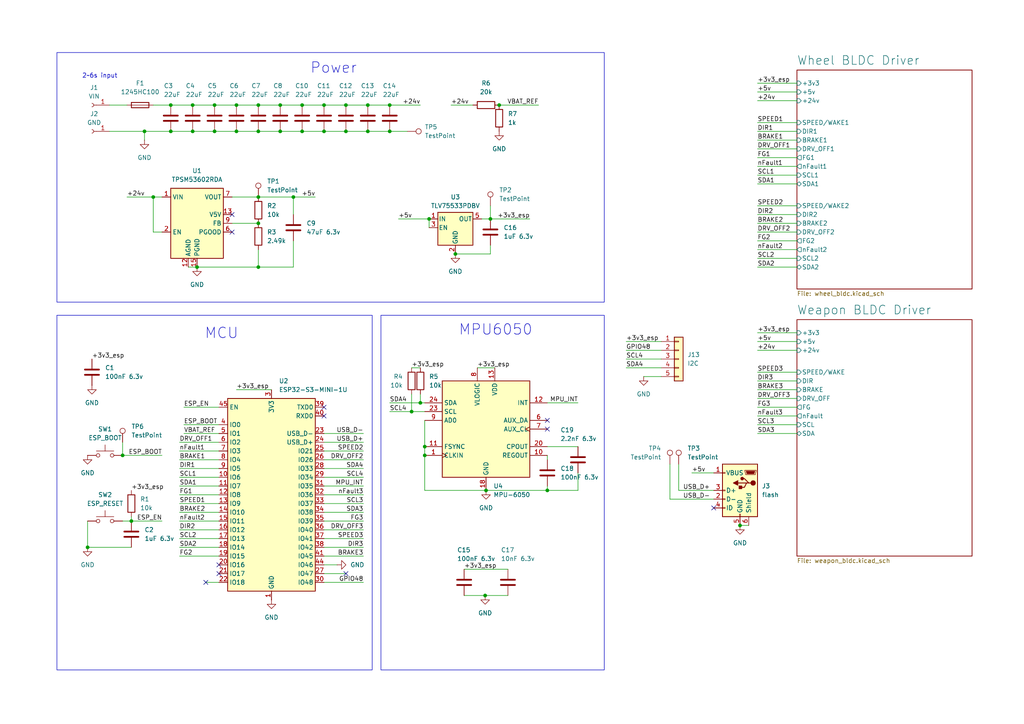
<source format=kicad_sch>
(kicad_sch (version 20250114) (generator "eeschema") (generator_version "9.0")
  (paper "A4")
  (title_block (title "4 in 1 ESC") (date "2025-10-25") (company "YC-Lam"))
  (lib_symbols
    (symbol "Connector:Conn_01x01_Socket" (pin_names (offset 1.016) (hide yes))
      (property "Reference" "J" (at 0 2.54 0))
      (property "Value" "Conn_01x01_Socket" (at 0 -2.54 0))
      (symbol "Conn_01x01_Socket_1_1"
        (polyline (pts (xy -1.27 0) (xy -0.508 0)) (stroke (width 0.1524)))
        (arc (start 0 -0.508) (mid -0.5058 0) (end 0 0.508) (stroke (width 0.1524)))
        (pin passive line (at -5.08 0 0) (length 3.81) (name "Pin_1") (number "1"))
      )
    )
    (symbol "Connector:TestPoint" (pin_numbers (hide yes)) (pin_names (offset 0.762) (hide yes))
      (property "Reference" "TP" (at 0 6.858 0))
      (property "Value" "TestPoint" (at 0 5.08 0))
      (symbol "TestPoint_0_1"
        (circle (center 0 3.302) (radius 0.762))
      )
      (symbol "TestPoint_1_1"
        (pin passive line (at 0 0 90) (length 2.54) (name "1") (number "1"))
      )
    )
    (symbol "Connector:USB_OTG" (pin_names (offset 1.016))
      (property "Reference" "J" (at -5.08 11.43 0))
      (property "Value" "USB_OTG" (at -5.08 8.89 0))
      (symbol "USB_OTG_0_1"
        (rectangle (start -5.08 -7.62) (end 5.08 7.62) (stroke (width 0.254)) (fill (type background)))
        (polyline (pts (xy -4.699 5.842) (xy -4.699 5.588) (xy -4.445 4.826) (xy -4.445 4.572) (xy -1.651 4.572) (xy -1.651 4.826) (xy -1.397 5.588) (xy -1.397 5.842) (xy -4.699 5.842)))
        (polyline (pts (xy -4.318 5.588) (xy -1.778 5.588) (xy -2.032 4.826) (xy -4.064 4.826) (xy -4.318 5.588)) (fill (type outline)))
        (circle (center -3.81 2.159) (radius 0.635) (stroke (width 0.254)) (fill (type outline)))
        (polyline (pts (xy -3.175 2.159) (xy -2.54 2.159) (xy -1.27 3.429) (xy -0.635 3.429)) (stroke (width 0.254)))
        (polyline (pts (xy -2.54 2.159) (xy -1.905 2.159) (xy -1.27 0.889) (xy 0 0.889)) (stroke (width 0.254)))
        (polyline (pts (xy -1.905 2.159) (xy 0.635 2.159)) (stroke (width 0.254)))
        (circle (center -0.635 3.429) (radius 0.381) (stroke (width 0.254)) (fill (type outline)))
        (rectangle (start -0.127 -7.62) (end 0.127 -6.858))
        (rectangle (start 0.254 1.27) (end -0.508 0.508) (stroke (width 0.254)) (fill (type outline)))
        (polyline (pts (xy 0.635 2.794) (xy 0.635 1.524) (xy 1.905 2.159) (xy 0.635 2.794)) (stroke (width 0.254)) (fill (type outline)))
        (rectangle (start 5.08 4.953) (end 4.318 5.207))
        (rectangle (start 5.08 -0.127) (end 4.318 0.127))
        (rectangle (start 5.08 -2.667) (end 4.318 -2.413))
        (rectangle (start 5.08 -5.207) (end 4.318 -4.953))
      )
      (symbol "USB_OTG_1_1"
        (pin passive line (at -2.54 -10.16 90) (length 2.54) (name "Shield") (number "6"))
        (pin passive line (at 0 -10.16 90) (length 2.54) (name "GND") (number "5"))
        (pin passive line (at 7.62 5.08 180) (length 2.54) (name "VBUS") (number "1"))
        (pin bidirectional line (at 7.62 0 180) (length 2.54) (name "D+") (number "3"))
        (pin bidirectional line (at 7.62 -2.54 180) (length 2.54) (name "D-") (number "2"))
        (pin passive line (at 7.62 -5.08 180) (length 2.54) (name "ID") (number "4"))
      )
    )
    (symbol "Connector_Generic:Conn_01x05" (pin_names (offset 1.016) (hide yes))
      (property "Reference" "J" (at 0 7.62 0))
      (property "Value" "Conn_01x05" (at 0 -7.62 0))
      (symbol "Conn_01x05_1_1"
        (rectangle (start -1.27 6.35) (end 1.27 -6.35) (stroke (width 0.254)) (fill (type background)))
        (rectangle (start -1.27 5.207) (end 0 4.953) (stroke (width 0.1524)))
        (rectangle (start -1.27 2.667) (end 0 2.413) (stroke (width 0.1524)))
        (rectangle (start -1.27 0.127) (end 0 -0.127) (stroke (width 0.1524)))
        (rectangle (start -1.27 -2.413) (end 0 -2.667) (stroke (width 0.1524)))
        (rectangle (start -1.27 -4.953) (end 0 -5.207) (stroke (width 0.1524)))
        (pin passive line (at -5.08 5.08 0) (length 3.81) (name "Pin_1") (number "1"))
        (pin passive line (at -5.08 2.54 0) (length 3.81) (name "Pin_2") (number "2"))
        (pin passive line (at -5.08 0 0) (length 3.81) (name "Pin_3") (number "3"))
        (pin passive line (at -5.08 -2.54 0) (length 3.81) (name "Pin_4") (number "4"))
        (pin passive line (at -5.08 -5.08 0) (length 3.81) (name "Pin_5") (number "5"))
      )
    )
    (symbol "Converter_DCDC:TPSM53602RDA"
      (property "Reference" "U" (at 0 15.24 0))
      (property "Value" "TPSM53602RDA" (at 0 12.7 0))
      (symbol "TPSM53602RDA_0_1"
        (rectangle (start 7.62 10.16) (end -7.62 -10.16) (stroke (width 0.254)) (fill (type background)))
      )
      (symbol "TPSM53602RDA_1_1"
        (pin power_in line (at -10.16 7.62 0) (length 2.54) (name "VIN") (number "1"))
        (pin passive line (at -10.16 7.62 0) (length 2.54) (hide yes) (name "VIN") (number "14"))
        (pin input line (at -10.16 -2.54 0) (length 2.54) (name "EN") (number "2"))
        (pin no_connect line (at -7.62 2.54 0) (length 2.54) (hide yes) (name "DNC") (number "4"))
        (pin no_connect line (at -7.62 0 0) (length 2.54) (hide yes) (name "DNC") (number "5"))
        (pin power_in line (at -2.54 -12.7 90) (length 2.54) (name "AGND") (number "12"))
        (pin passive line (at 0 -12.7 90) (length 2.54) (hide yes) (name "PGND") (number "10"))
        (pin passive line (at 0 -12.7 90) (length 2.54) (hide yes) (name "PGND") (number "11"))
        (pin power_in line (at 0 -12.7 90) (length 2.54) (name "PGND") (number "15"))
        (pin passive line (at 0 -12.7 90) (length 2.54) (hide yes) (name "PGND") (number "3"))
        (pin power_out line (at 10.16 7.62 180) (length 2.54) (name "VOUT") (number "7"))
        (pin passive line (at 10.16 7.62 180) (length 2.54) (hide yes) (name "VOUT") (number "8"))
        (pin output line (at 10.16 2.54 180) (length 2.54) (name "V5V") (number "13"))
        (pin input line (at 10.16 0 180) (length 2.54) (name "FB") (number "9"))
        (pin open_collector line (at 10.16 -2.54 180) (length 2.54) (name "PGOOD") (number "6"))
      )
    )
    (symbol "Device:C" (pin_numbers (hide yes)) (pin_names (offset 0.254))
      (property "Reference" "C" (at 0.635 2.54 0))
      (property "Value" "C" (at 0.635 -2.54 0))
      (symbol "C_0_1"
        (polyline (pts (xy -2.032 0.762) (xy 2.032 0.762)) (stroke (width 0.508)))
        (polyline (pts (xy -2.032 -0.762) (xy 2.032 -0.762)) (stroke (width 0.508)))
      )
      (symbol "C_1_1"
        (pin passive line (at 0 3.81 270) (length 2.794) (name "~") (number "1"))
        (pin passive line (at 0 -3.81 90) (length 2.794) (name "~") (number "2"))
      )
    )
    (symbol "Device:Fuse" (pin_numbers (hide yes)) (pin_names (offset 0))
      (property "Reference" "F" (at 2.032 0 90))
      (property "Value" "Fuse" (at -1.905 0 90))
      (symbol "Fuse_0_1"
        (rectangle (start -0.762 -2.54) (end 0.762 2.54) (stroke (width 0.254)))
        (polyline (pts (xy 0 2.54) (xy 0 -2.54)))
      )
      (symbol "Fuse_1_1"
        (pin passive line (at 0 3.81 270) (length 1.27) (name "~") (number "1"))
        (pin passive line (at 0 -3.81 90) (length 1.27) (name "~") (number "2"))
      )
    )
    (symbol "Device:R" (pin_numbers (hide yes)) (pin_names (offset 0))
      (property "Reference" "R" (at 2.032 0 90))
      (property "Value" "R" (at 0 0 90))
      (symbol "R_0_1"
        (rectangle (start -1.016 -2.54) (end 1.016 2.54) (stroke (width 0.254)))
      )
      (symbol "R_1_1"
        (pin passive line (at 0 3.81 270) (length 1.27) (name "~") (number "1"))
        (pin passive line (at 0 -3.81 90) (length 1.27) (name "~") (number "2"))
      )
    )
    (symbol "RF_Module:ESP32-S3-MINI-1U"
      (property "Reference" "U" (at -11.43 29.21 0))
      (property "Value" "ESP32-S3-MINI-1U" (at 12.7 29.21 0))
      (symbol "ESP32-S3-MINI-1U_0_1"
        (rectangle (start -12.7 27.94) (end 12.7 -27.94) (stroke (width 0.254)) (fill (type background)))
      )
      (symbol "ESP32-S3-MINI-1U_1_1"
        (pin input line (at -15.24 25.4 0) (length 2.54) (name "EN") (number "45"))
        (pin bidirectional line (at -15.24 20.32 0) (length 2.54) (name "IO0") (number "4"))
        (pin bidirectional line (at -15.24 17.78 0) (length 2.54) (name "IO1") (number "5"))
        (pin bidirectional line (at -15.24 15.24 0) (length 2.54) (name "IO2") (number "6"))
        (pin bidirectional line (at -15.24 12.7 0) (length 2.54) (name "IO3") (number "7"))
        (pin bidirectional line (at -15.24 10.16 0) (length 2.54) (name "IO4") (number "8"))
        (pin bidirectional line (at -15.24 7.62 0) (length 2.54) (name "IO5") (number "9"))
        (pin bidirectional line (at -15.24 5.08 0) (length 2.54) (name "IO6") (number "10"))
        (pin bidirectional line (at -15.24 2.54 0) (length 2.54) (name "IO7") (number "11"))
        (pin bidirectional line (at -15.24 0 0) (length 2.54) (name "IO8") (number "12"))
        (pin bidirectional line (at -15.24 -2.54 0) (length 2.54) (name "IO9") (number "13"))
        (pin bidirectional line (at -15.24 -5.08 0) (length 2.54) (name "IO10") (number "14"))
        (pin bidirectional line (at -15.24 -7.62 0) (length 2.54) (name "IO11") (number "15"))
        (pin bidirectional line (at -15.24 -10.16 0) (length 2.54) (name "IO12") (number "16"))
        (pin bidirectional line (at -15.24 -12.7 0) (length 2.54) (name "IO13") (number "17"))
        (pin bidirectional line (at -15.24 -15.24 0) (length 2.54) (name "IO14") (number "18"))
        (pin bidirectional line (at -15.24 -17.78 0) (length 2.54) (name "IO15") (number "19"))
        (pin bidirectional line (at -15.24 -20.32 0) (length 2.54) (name "IO16") (number "20"))
        (pin bidirectional line (at -15.24 -22.86 0) (length 2.54) (name "IO17") (number "21"))
        (pin bidirectional line (at -15.24 -25.4 0) (length 2.54) (name "IO18") (number "22"))
        (pin power_in line (at 0 30.48 270) (length 2.54) (name "3V3") (number "3"))
        (pin power_in line (at 0 -30.48 90) (length 2.54) (name "GND") (number "1"))
        (pin passive line (at 0 -30.48 90) (length 2.54) (hide yes) (name "GND") (number "2"))
        (pin passive line (at 0 -30.48 90) (length 2.54) (hide yes) (name "GND") (number "42"))
        (pin passive line (at 0 -30.48 90) (length 2.54) (hide yes) (name "GND") (number "43"))
        (pin passive line (at 0 -30.48 90) (length 2.54) (hide yes) (name "GND") (number "46"))
        (pin passive line (at 0 -30.48 90) (length 2.54) (hide yes) (name "GND") (number "47"))
        (pin passive line (at 0 -30.48 90) (length 2.54) (hide yes) (name "GND") (number "48"))
        (pin passive line (at 0 -30.48 90) (length 2.54) (hide yes) (name "GND") (number "49"))
        (pin passive line (at 0 -30.48 90) (length 2.54) (hide yes) (name "GND") (number "50"))
        (pin passive line (at 0 -30.48 90) (length 2.54) (hide yes) (name "GND") (number "51"))
        (pin passive line (at 0 -30.48 90) (length 2.54) (hide yes) (name "GND") (number "52"))
        (pin passive line (at 0 -30.48 90) (length 2.54) (hide yes) (name "GND") (number "53"))
        (pin passive line (at 0 -30.48 90) (length 2.54) (hide yes) (name "GND") (number "54"))
        (pin passive line (at 0 -30.48 90) (length 2.54) (hide yes) (name "GND") (number "55"))
        (pin passive line (at 0 -30.48 90) (length 2.54) (hide yes) (name "GND") (number "56"))
        (pin passive line (at 0 -30.48 90) (length 2.54) (hide yes) (name "GND") (number "57"))
        (pin passive line (at 0 -30.48 90) (length 2.54) (hide yes) (name "GND") (number "58"))
        (pin passive line (at 0 -30.48 90) (length 2.54) (hide yes) (name "GND") (number "59"))
        (pin passive line (at 0 -30.48 90) (length 2.54) (hide yes) (name "GND") (number "60"))
        (pin passive line (at 0 -30.48 90) (length 2.54) (hide yes) (name "GND") (number "61"))
        (pin passive line (at 0 -30.48 90) (length 2.54) (hide yes) (name "GND") (number "62"))
        (pin passive line (at 0 -30.48 90) (length 2.54) (hide yes) (name "GND") (number "63"))
        (pin passive line (at 0 -30.48 90) (length 2.54) (hide yes) (name "GND") (number "64"))
        (pin passive line (at 0 -30.48 90) (length 2.54) (hide yes) (name "GND") (number "65"))
        (pin bidirectional line (at 15.24 25.4 180) (length 2.54) (name "TXD0") (number "39"))
        (pin bidirectional line (at 15.24 22.86 180) (length 2.54) (name "RXD0") (number "40"))
        (pin bidirectional line (at 15.24 17.78 180) (length 2.54) (name "USB_D-") (number "23"))
        (pin bidirectional line (at 15.24 15.24 180) (length 2.54) (name "USB_D+") (number "24"))
        (pin bidirectional line (at 15.24 12.7 180) (length 2.54) (name "IO21") (number "25"))
        (pin bidirectional line (at 15.24 10.16 180) (length 2.54) (name "IO26") (number "26"))
        (pin bidirectional line (at 15.24 7.62 180) (length 2.54) (name "IO33") (number "28"))
        (pin bidirectional line (at 15.24 5.08 180) (length 2.54) (name "IO34") (number "29"))
        (pin bidirectional line (at 15.24 2.54 180) (length 2.54) (name "IO35") (number "31"))
        (pin bidirectional line (at 15.24 0 180) (length 2.54) (name "IO36") (number "32"))
        (pin bidirectional line (at 15.24 -2.54 180) (length 2.54) (name "IO37") (number "33"))
        (pin bidirectional line (at 15.24 -5.08 180) (length 2.54) (name "IO38") (number "34"))
        (pin bidirectional line (at 15.24 -7.62 180) (length 2.54) (name "IO39") (number "35"))
        (pin bidirectional line (at 15.24 -10.16 180) (length 2.54) (name "IO40") (number "36"))
        (pin bidirectional line (at 15.24 -12.7 180) (length 2.54) (name "IO41") (number "37"))
        (pin bidirectional line (at 15.24 -15.24 180) (length 2.54) (name "IO42") (number "38"))
        (pin bidirectional line (at 15.24 -17.78 180) (length 2.54) (name "IO45") (number "41"))
        (pin bidirectional line (at 15.24 -20.32 180) (length 2.54) (name "IO46") (number "44"))
        (pin bidirectional line (at 15.24 -22.86 180) (length 2.54) (name "IO47") (number "27"))
        (pin bidirectional line (at 15.24 -25.4 180) (length 2.54) (name "IO48") (number "30"))
      )
    )
    (symbol "Regulator_Linear:TLV75533PDBV" (pin_names (offset 0.254))
      (property "Reference" "U" (at -3.81 5.715 0))
      (property "Value" "TLV75533PDBV" (at 0 5.715 0))
      (symbol "TLV75533PDBV_0_1"
        (rectangle (start -5.08 4.445) (end 5.08 -5.08) (stroke (width 0.254)) (fill (type background)))
      )
      (symbol "TLV75533PDBV_1_1"
        (pin power_in line (at -7.62 2.54 0) (length 2.54) (name "IN") (number "1"))
        (pin input line (at -7.62 0 0) (length 2.54) (name "EN") (number "3"))
        (pin power_in line (at 0 -7.62 90) (length 2.54) (name "GND") (number "2"))
        (pin no_connect line (at 5.08 0 180) (length 2.54) (hide yes) (name "NC") (number "4"))
        (pin power_out line (at 7.62 2.54 180) (length 2.54) (name "OUT") (number "5"))
      )
    )
    (symbol "Sensor_Motion:MPU-6050"
      (property "Reference" "U" (at -11.43 13.97 0))
      (property "Value" "MPU-6050" (at 7.62 -15.24 0))
      (symbol "MPU-6050_0_0"
        (text "" (at 12.7 -2.54 0) (effects (font (size 1.27 1.27))))
      )
      (symbol "MPU-6050_0_1"
        (rectangle (start -12.7 13.97) (end 12.7 -13.97) (stroke (width 0.254)) (fill (type background)))
      )
      (symbol "MPU-6050_1_1"
        (pin bidirectional line (at -17.78 7.62 0) (length 5.08) (name "SDA") (number "24"))
        (pin input line (at -17.78 5.08 0) (length 5.08) (name "SCL") (number "23"))
        (pin input line (at -17.78 2.54 0) (length 5.08) (name "AD0") (number "9"))
        (pin input line (at -17.78 -5.08 0) (length 5.08) (name "FSYNC") (number "11"))
        (pin input clock (at -17.78 -7.62 0) (length 5.08) (name "CLKIN") (number "1"))
        (pin no_connect line (at -12.7 12.7 0) (length 2.54) (hide yes) (name "NC") (number "2"))
        (pin no_connect line (at -12.7 10.16 0) (length 2.54) (hide yes) (name "NC") (number "3"))
        (pin no_connect line (at -12.7 0 0) (length 2.54) (hide yes) (name "NC") (number "4"))
        (pin no_connect line (at -12.7 -2.54 0) (length 2.54) (hide yes) (name "NC") (number "5"))
        (pin no_connect line (at -12.7 -10.16 0) (length 2.54) (hide yes) (name "NC") (number "14"))
        (pin power_in line (at -2.54 17.78 270) (length 3.81) (name "VLOGIC") (number "8"))
        (pin power_in line (at 0 -17.78 90) (length 3.81) (name "GND") (number "18"))
        (pin power_in line (at 2.54 17.78 270) (length 3.81) (name "VDD") (number "13"))
        (pin no_connect line (at 12.7 12.7 180) (length 2.54) (hide yes) (name "NC") (number "15"))
        (pin no_connect line (at 12.7 10.16 180) (length 2.54) (hide yes) (name "NC") (number "16"))
        (pin no_connect line (at 12.7 5.08 180) (length 2.54) (hide yes) (name "NC") (number "17"))
        (pin no_connect line (at 12.7 -2.54 180) (length 2.54) (hide yes) (name "RESV") (number "21"))
        (pin no_connect line (at 12.7 -10.16 180) (length 2.54) (hide yes) (name "RESV") (number "19"))
        (pin no_connect line (at 12.7 -12.7 180) (length 2.54) (hide yes) (name "RESV") (number "22"))
        (pin output line (at 17.78 7.62 180) (length 5.08) (name "INT") (number "12"))
        (pin bidirectional line (at 17.78 2.54 180) (length 5.08) (name "AUX_DA") (number "6"))
        (pin output clock (at 17.78 0 180) (length 5.08) (name "AUX_CL") (number "7"))
        (pin passive line (at 17.78 -5.08 180) (length 5.08) (name "CPOUT") (number "20"))
        (pin passive line (at 17.78 -7.62 180) (length 5.08) (name "REGOUT") (number "10"))
      )
    )
    (symbol "Switch:SW_Push" (pin_numbers (hide yes)) (pin_names (offset 1.016) (hide yes))
      (property "Reference" "SW" (at 1.27 2.54 0))
      (property "Value" "SW_Push" (at 0 -1.524 0))
      (symbol "SW_Push_0_1"
        (circle (center -2.032 0) (radius 0.508))
        (polyline (pts (xy 0 1.27) (xy 0 3.048)))
        (circle (center 2.032 0) (radius 0.508))
        (polyline (pts (xy 2.54 1.27) (xy -2.54 1.27)))
        (pin passive line (at -5.08 0 0) (length 2.54) (name "1") (number "1"))
        (pin passive line (at 5.08 0 180) (length 2.54) (name "2") (number "2"))
      )
    )
    (symbol "power:GND" (power) (pin_numbers (hide yes)) (pin_names (offset 0) (hide yes))
      (property "Value" "GND" (at 0 -3.81 0))
      (symbol "GND_0_1"
        (polyline (pts (xy 0 0) (xy 0 -1.27) (xy 1.27 -1.27) (xy 0 -2.54) (xy -1.27 -1.27) (xy 0 -1.27)))
      )
      (symbol "GND_1_1"
        (pin power_in line (at 0 0 270) (length 0) (name "~") (number "1"))
      )
    )
  )
  (rectangle (start 16.51 91.44) (end 107.95 194.31))
  (rectangle (start 110.49 91.44) (end 175.26 194.31))
  (rectangle (start 16.51 15.24) (end 175.26 87.63))
  (text "MPU6050" (at 143.764 95.758 0) (effects (font (size 3.048 3.048))))
  (text "Power" (at 96.774 19.812 0) (effects (font (size 3.048 3.048))))
  (text "2~6s input" (at 28.956 22.098 0) (effects (font (size 1.27 1.27))))
  (text "MCU" (at 64.262 96.774 0) (effects (font (size 3.048 3.048))))
  (junction (at 87.63 30.48))
  (junction (at 87.63 38.1))
  (junction (at 132.08 73.66))
  (junction (at 100.33 38.1))
  (junction (at 55.88 30.48))
  (junction (at 74.93 57.15))
  (junction (at 62.23 38.1))
  (junction (at 74.93 77.47))
  (junction (at 113.03 38.1))
  (junction (at 74.93 64.77))
  (junction (at 85.09 57.15))
  (junction (at 57.15 77.47))
  (junction (at 49.53 30.48))
  (junction (at 123.19 132.08))
  (junction (at 74.93 38.1))
  (junction (at 38.1 151.13))
  (junction (at 55.88 38.1))
  (junction (at 41.91 38.1))
  (junction (at 74.93 30.48))
  (junction (at 158.75 142.24))
  (junction (at 93.98 30.48))
  (junction (at 81.28 30.48))
  (junction (at 35.56 132.08))
  (junction (at 123.19 129.54))
  (junction (at 119.38 119.38))
  (junction (at 49.53 38.1))
  (junction (at 140.7123 172.72))
  (junction (at 68.58 38.1))
  (junction (at 106.68 38.1))
  (junction (at 68.58 30.48))
  (junction (at 144.78 30.48))
  (junction (at 81.28 38.1))
  (junction (at 44.45 57.15))
  (junction (at 142.24 63.5))
  (junction (at 62.23 30.48))
  (junction (at 93.98 38.1))
  (junction (at 124.46 63.5))
  (junction (at 25.4 158.75))
  (junction (at 214.63 152.4))
  (junction (at 106.68 30.48))
  (junction (at 140.97 142.24))
  (junction (at 121.92 116.84))
  (junction (at 100.33 30.48))
  (junction (at 113.03 30.48))
  (no_connect (at 100.33 166.37))
  (no_connect (at 67.31 62.23))
  (no_connect (at 63.5 163.83))
  (no_connect (at 158.75 121.92))
  (no_connect (at 59.69 168.91))
  (no_connect (at 207.01 147.32))
  (no_connect (at 93.98 118.11))
  (no_connect (at 63.5 166.37))
  (no_connect (at 67.31 67.31))
  (no_connect (at 93.98 120.65))
  (no_connect (at 158.75 124.46))
  (wire (pts (xy 74.93 72.39) (xy 74.93 77.47)))
  (wire (pts (xy 219.71 43.18) (xy 231.14 43.18)))
  (wire (pts (xy 52.07 135.89) (xy 63.5 135.89)))
  (wire (pts (xy 100.33 166.37) (xy 93.98 166.37)))
  (wire (pts (xy 142.24 63.5) (xy 153.67 63.5)))
  (wire (pts (xy 74.93 77.47) (xy 57.15 77.47)))
  (wire (pts (xy 100.33 38.1) (xy 93.98 38.1)))
  (wire (pts (xy 93.98 130.81) (xy 105.41 130.81)))
  (wire (pts (xy 35.56 128.27) (xy 35.56 132.08)))
  (wire (pts (xy 87.63 30.48) (xy 93.98 30.48)))
  (wire (pts (xy 74.93 38.1) (xy 68.58 38.1)))
  (wire (pts (xy 219.71 110.49) (xy 231.14 110.49)))
  (wire (pts (xy 219.71 45.72) (xy 231.14 45.72)))
  (wire (pts (xy 219.71 48.26) (xy 231.14 48.26)))
  (wire (pts (xy 62.23 30.48) (xy 68.58 30.48)))
  (wire (pts (xy 53.34 118.11) (xy 63.5 118.11)))
  (wire (pts (xy 121.92 30.48) (xy 113.03 30.48)))
  (wire (pts (xy 219.71 62.23) (xy 231.14 62.23)))
  (wire (pts (xy 93.98 153.67) (xy 105.41 153.67)))
  (wire (pts (xy 57.15 77.47) (xy 54.61 77.47)))
  (wire (pts (xy 130.81 30.48) (xy 137.16 30.48)))
  (wire (pts (xy 68.58 30.48) (xy 74.93 30.48)))
  (wire (pts (xy 118.11 38.1) (xy 113.03 38.1)))
  (wire (pts (xy 85.09 77.47) (xy 74.93 77.47)))
  (wire (pts (xy 219.71 24.13) (xy 231.14 24.13)))
  (wire (pts (xy 115.57 63.5) (xy 124.46 63.5)))
  (wire (pts (xy 93.98 140.97) (xy 105.41 140.97)))
  (wire (pts (xy 194.31 134.62) (xy 194.31 144.78)))
  (wire (pts (xy 46.99 67.31) (xy 44.45 67.31)))
  (wire (pts (xy 219.71 96.52) (xy 231.14 96.52)))
  (wire (pts (xy 85.09 69.85) (xy 85.09 77.47)))
  (wire (pts (xy 196.85 142.24) (xy 207.01 142.24)))
  (wire (pts (xy 52.07 153.67) (xy 63.5 153.67)))
  (wire (pts (xy 219.71 74.93) (xy 231.14 74.93)))
  (wire (pts (xy 219.71 38.1) (xy 231.14 38.1)))
  (wire (pts (xy 67.31 64.77) (xy 74.93 64.77)))
  (wire (pts (xy 119.38 119.38) (xy 119.38 114.3)))
  (wire (pts (xy 200.66 137.16) (xy 207.01 137.16)))
  (wire (pts (xy 49.53 38.1) (xy 41.91 38.1)))
  (wire (pts (xy 52.07 148.59) (xy 63.5 148.59)))
  (wire (pts (xy 219.71 69.85) (xy 231.14 69.85)))
  (wire (pts (xy 113.03 119.38) (xy 119.38 119.38)))
  (wire (pts (xy 123.19 129.54) (xy 123.19 132.08)))
  (wire (pts (xy 106.68 38.1) (xy 100.33 38.1)))
  (wire (pts (xy 68.58 113.03) (xy 78.74 113.03)))
  (wire (pts (xy 44.45 67.31) (xy 44.45 57.15)))
  (wire (pts (xy 93.98 161.29) (xy 105.41 161.29)))
  (wire (pts (xy 93.98 163.83) (xy 97.79 163.83)))
  (wire (pts (xy 93.98 158.75) (xy 105.41 158.75)))
  (wire (pts (xy 74.93 30.48) (xy 81.28 30.48)))
  (wire (pts (xy 134.62 165.1) (xy 147.32 165.1)))
  (wire (pts (xy 158.75 129.54) (xy 167.64 129.54)))
  (wire (pts (xy 25.4 158.75) (xy 25.4 151.13)))
  (wire (pts (xy 52.07 138.43) (xy 63.5 138.43)))
  (wire (pts (xy 81.28 38.1) (xy 74.93 38.1)))
  (wire (pts (xy 219.71 115.57) (xy 231.14 115.57)))
  (wire (pts (xy 52.07 161.29) (xy 63.5 161.29)))
  (wire (pts (xy 62.23 38.1) (xy 55.88 38.1)))
  (wire (pts (xy 219.71 77.47) (xy 231.14 77.47)))
  (wire (pts (xy 52.07 158.75) (xy 63.5 158.75)))
  (wire (pts (xy 93.98 146.05) (xy 105.41 146.05)))
  (wire (pts (xy 113.03 116.84) (xy 121.92 116.84)))
  (wire (pts (xy 38.1 149.86) (xy 38.1 151.13)))
  (wire (pts (xy 93.98 143.51) (xy 105.41 143.51)))
  (wire (pts (xy 132.08 73.66) (xy 142.24 73.66)))
  (wire (pts (xy 44.45 57.15) (xy 46.99 57.15)))
  (wire (pts (xy 158.75 142.24) (xy 158.75 140.97)))
  (wire (pts (xy 93.98 156.21) (xy 105.41 156.21)))
  (wire (pts (xy 52.07 140.97) (xy 63.5 140.97)))
  (wire (pts (xy 181.61 106.68) (xy 191.77 106.68)))
  (wire (pts (xy 41.91 38.1) (xy 41.91 40.64)))
  (wire (pts (xy 85.09 57.15) (xy 74.93 57.15)))
  (wire (pts (xy 46.99 151.13) (xy 38.1 151.13)))
  (wire (pts (xy 219.71 101.6) (xy 231.14 101.6)))
  (wire (pts (xy 219.71 40.64) (xy 231.14 40.64)))
  (wire (pts (xy 55.88 38.1) (xy 49.53 38.1)))
  (wire (pts (xy 93.98 30.48) (xy 100.33 30.48)))
  (wire (pts (xy 81.28 30.48) (xy 87.63 30.48)))
  (wire (pts (xy 35.56 151.13) (xy 38.1 151.13)))
  (wire (pts (xy 196.85 134.62) (xy 196.85 142.24)))
  (wire (pts (xy 158.75 133.35) (xy 158.75 132.08)))
  (wire (pts (xy 31.75 38.1) (xy 41.91 38.1)))
  (wire (pts (xy 53.34 123.19) (xy 63.5 123.19)))
  (wire (pts (xy 121.92 116.84) (xy 123.19 116.84)))
  (wire (pts (xy 140.7123 172.72) (xy 147.32 172.72)))
  (wire (pts (xy 219.71 26.67) (xy 231.14 26.67)))
  (wire (pts (xy 44.45 30.48) (xy 49.53 30.48)))
  (wire (pts (xy 142.24 71.12) (xy 142.24 73.66)))
  (wire (pts (xy 25.4 158.75) (xy 38.1 158.75)))
  (wire (pts (xy 167.64 137.16) (xy 167.64 142.24)))
  (wire (pts (xy 46.99 132.08) (xy 35.56 132.08)))
  (wire (pts (xy 219.71 113.03) (xy 231.14 113.03)))
  (wire (pts (xy 91.44 57.15) (xy 85.09 57.15)))
  (wire (pts (xy 219.71 118.11) (xy 231.14 118.11)))
  (wire (pts (xy 123.19 121.92) (xy 123.19 129.54)))
  (wire (pts (xy 106.68 30.48) (xy 113.03 30.48)))
  (wire (pts (xy 158.75 142.24) (xy 167.64 142.24)))
  (wire (pts (xy 74.93 57.15) (xy 67.31 57.15)))
  (wire (pts (xy 52.07 133.35) (xy 63.5 133.35)))
  (wire (pts (xy 134.62 172.72) (xy 140.7123 172.72)))
  (wire (pts (xy 217.17 152.4) (xy 214.63 152.4)))
  (wire (pts (xy 53.34 125.73) (xy 63.5 125.73)))
  (wire (pts (xy 123.19 142.24) (xy 140.97 142.24)))
  (wire (pts (xy 85.09 57.15) (xy 85.09 62.23)))
  (wire (pts (xy 219.71 120.65) (xy 231.14 120.65)))
  (wire (pts (xy 52.07 130.81) (xy 63.5 130.81)))
  (wire (pts (xy 59.69 168.91) (xy 63.5 168.91)))
  (wire (pts (xy 123.19 142.24) (xy 123.19 132.08)))
  (wire (pts (xy 219.71 72.39) (xy 231.14 72.39)))
  (wire (pts (xy 219.71 67.31) (xy 231.14 67.31)))
  (wire (pts (xy 93.98 133.35) (xy 105.41 133.35)))
  (wire (pts (xy 52.07 128.27) (xy 63.5 128.27)))
  (wire (pts (xy 55.88 30.48) (xy 62.23 30.48)))
  (wire (pts (xy 142.24 59.69) (xy 142.24 63.5)))
  (wire (pts (xy 219.71 53.34) (xy 231.14 53.34)))
  (wire (pts (xy 186.69 109.22) (xy 191.77 109.22)))
  (wire (pts (xy 194.31 144.78) (xy 207.01 144.78)))
  (wire (pts (xy 140.97 142.24) (xy 158.75 142.24)))
  (wire (pts (xy 105.41 168.91) (xy 93.98 168.91)))
  (wire (pts (xy 219.71 107.95) (xy 231.14 107.95)))
  (wire (pts (xy 219.71 35.56) (xy 231.14 35.56)))
  (wire (pts (xy 52.07 156.21) (xy 63.5 156.21)))
  (wire (pts (xy 52.07 143.51) (xy 63.5 143.51)))
  (wire (pts (xy 119.38 106.68) (xy 121.92 106.68)))
  (wire (pts (xy 113.03 38.1) (xy 106.68 38.1)))
  (wire (pts (xy 93.98 138.43) (xy 105.41 138.43)))
  (wire (pts (xy 36.83 57.15) (xy 44.45 57.15)))
  (wire (pts (xy 219.71 99.06) (xy 231.14 99.06)))
  (wire (pts (xy 87.63 38.1) (xy 81.28 38.1)))
  (wire (pts (xy 181.61 101.6) (xy 191.77 101.6)))
  (wire (pts (xy 100.33 30.48) (xy 106.68 30.48)))
  (wire (pts (xy 139.7 63.5) (xy 142.24 63.5)))
  (wire (pts (xy 52.07 146.05) (xy 63.5 146.05)))
  (wire (pts (xy 93.98 135.89) (xy 105.41 135.89)))
  (wire (pts (xy 105.41 125.73) (xy 93.98 125.73)))
  (wire (pts (xy 124.46 63.5) (xy 124.46 66.04)))
  (wire (pts (xy 93.98 148.59) (xy 105.41 148.59)))
  (wire (pts (xy 52.07 151.13) (xy 63.5 151.13)))
  (wire (pts (xy 156.21 30.48) (xy 144.78 30.48)))
  (wire (pts (xy 105.41 128.27) (xy 93.98 128.27)))
  (wire (pts (xy 181.61 99.06) (xy 191.77 99.06)))
  (wire (pts (xy 119.38 119.38) (xy 123.19 119.38)))
  (wire (pts (xy 181.61 104.14) (xy 191.77 104.14)))
  (wire (pts (xy 121.92 116.84) (xy 121.92 114.3)))
  (wire (pts (xy 167.64 116.84) (xy 158.75 116.84)))
  (wire (pts (xy 219.71 50.8) (xy 231.14 50.8)))
  (wire (pts (xy 138.43 106.68) (xy 143.51 106.68)))
  (wire (pts (xy 219.71 29.21) (xy 231.14 29.21)))
  (wire (pts (xy 93.98 151.13) (xy 105.41 151.13)))
  (wire (pts (xy 219.71 59.69) (xy 231.14 59.69)))
  (wire (pts (xy 93.98 38.1) (xy 87.63 38.1)))
  (wire (pts (xy 49.53 30.48) (xy 55.88 30.48)))
  (wire (pts (xy 219.71 123.19) (xy 231.14 123.19)))
  (wire (pts (xy 68.58 38.1) (xy 62.23 38.1)))
  (wire (pts (xy 36.83 30.48) (xy 31.75 30.48)))
  (wire (pts (xy 219.71 125.73) (xy 231.14 125.73)))
  (wire (pts (xy 219.71 64.77) (xy 231.14 64.77)))
  (label "SCL4" (at 105.41 138.43 180))
  (label "nFault2" (at 219.71 72.39 0))
  (label "SDA4" (at 113.03 116.84 0))
  (label "ESP_EN" (at 46.99 151.13 180))
  (label "BRAKE1" (at 52.07 133.35 0))
  (label "VBAT_REF" (at 53.34 125.73 0))
  (label "+24v" (at 36.83 57.15 0))
  (label "DRV_OFF3" (at 105.41 153.67 180))
  (label "nFault3" (at 105.41 143.51 180))
  (label "DIR3" (at 105.41 158.75 180))
  (label "SCL2" (at 219.71 74.93 0))
  (label "VBAT_REF" (at 156.21 30.48 180))
  (label "+24v" (at 121.92 30.48 180))
  (label "USB_D-" (at 198.12 144.78 0))
  (label "SDA1" (at 219.71 53.34 0))
  (label "FG1" (at 219.71 45.72 0))
  (label "FG2" (at 52.07 161.29 0))
  (label "SDA2" (at 52.07 158.75 0))
  (label "DRV_OFF2" (at 219.71 67.31 0))
  (label "SDA2" (at 219.71 77.47 0))
  (label "DRV_OFF3" (at 219.71 115.57 0))
  (label "SPEED1" (at 52.07 146.05 0))
  (label "DIR3" (at 219.71 110.49 0))
  (label "SPEED3" (at 105.41 156.21 180))
  (label "SCL2" (at 52.07 156.21 0))
  (label "ESP_BOOT" (at 53.34 123.19 0))
  (label "SPEED1" (at 219.71 35.56 0))
  (label "GPIO48" (at 181.61 101.6 0))
  (label "+3v3_esp" (at 38.1 142.24 0))
  (label "DRV_OFF2" (at 105.41 133.35 180))
  (label "SPEED3" (at 219.71 107.95 0))
  (label "BRAKE3" (at 219.71 113.03 0))
  (label "+5v" (at 219.71 99.06 0))
  (label "SCL1" (at 52.07 138.43 0))
  (label "DIR2" (at 219.71 62.23 0))
  (label "FG1" (at 52.07 143.51 0))
  (label "BRAKE3" (at 105.41 161.29 180))
  (label "USB_D-" (at 105.41 125.73 180))
  (label "SDA3" (at 105.41 148.59 180))
  (label "SPEED2" (at 105.41 130.81 180))
  (label "GPIO48" (at 105.41 168.91 180))
  (label "+3v3_esp" (at 219.71 24.13 0))
  (label "+3v3_esp" (at 181.61 99.06 0))
  (label "+3v3_esp" (at 138.43 106.68 0))
  (label "USB_D+" (at 198.12 142.24 0))
  (label "FG3" (at 219.71 118.11 0))
  (label "nFault2" (at 52.07 151.13 0))
  (label "+3v3_esp" (at 219.71 96.52 0))
  (label "+3v3_esp" (at 68.58 113.03 0))
  (label "+3v3_esp" (at 26.67 104.14 0))
  (label "MPU_INT" (at 105.41 140.97 180))
  (label "DRV_OFF1" (at 52.07 128.27 0))
  (label "BRAKE2" (at 219.71 64.77 0))
  (label "+3v3_esp" (at 134.62 165.1 0))
  (label "+3v3_esp" (at 119.38 106.68 0))
  (label "BRAKE1" (at 219.71 40.64 0))
  (label "ESP_EN" (at 53.34 118.11 0))
  (label "+5v" (at 115.57 63.5 0))
  (label "SCL3" (at 105.41 146.05 180))
  (label "+3v3_esp" (at 153.67 63.5 180))
  (label "+5v" (at 200.66 137.16 0))
  (label "DIR1" (at 219.71 38.1 0))
  (label "SDA1" (at 52.07 140.97 0))
  (label "nFault1" (at 52.07 130.81 0))
  (label "DIR2" (at 52.07 153.67 0))
  (label "FG2" (at 219.71 69.85 0))
  (label "SDA4" (at 105.41 135.89 180))
  (label "ESP_BOOT" (at 46.99 132.08 180))
  (label "FG3" (at 105.41 151.13 180))
  (label "SCL3" (at 219.71 123.19 0))
  (label "SCL1" (at 219.71 50.8 0))
  (label "+5v" (at 91.44 57.15 180))
  (label "nFault3" (at 219.71 120.65 0))
  (label "SPEED2" (at 219.71 59.69 0))
  (label "SDA3" (at 219.71 125.73 0))
  (label "MPU_INT" (at 167.64 116.84 180))
  (label "nFault1" (at 219.71 48.26 0))
  (label "USB_D+" (at 105.41 128.27 180))
  (label "+5v" (at 219.71 26.67 0))
  (label "SCL4" (at 181.61 104.14 0))
  (label "DIR1" (at 52.07 135.89 0))
  (label "BRAKE2" (at 52.07 148.59 0))
  (label "+24v" (at 130.81 30.48 0))
  (label "+24v" (at 219.71 101.6 0))
  (label "SDA4" (at 181.61 106.68 0))
  (label "DRV_OFF1" (at 219.71 43.18 0))
  (label "SCL4" (at 113.03 119.38 0))
  (label "+24v" (at 219.71 29.21 0))
  (symbol (lib_id "Device:C") (at 134.62 168.91 0) (unit 1)
    (property "Reference" "C15" (at 132.588 159.512 0) (effects (justify left)))
    (property "Value" "100nF 6.3v" (at 132.588 162.052 0) (effects (justify left)))
    (property "Footprint" "Capacitor_SMD:C_0402_1005Metric" (effects (hide yes)))
    (property "Description" "Unpolarized capacitor" (effects (hide yes)))
  )
  (symbol (lib_id "power:GND") (at 214.63 152.4 0) (mirror y) (unit 1)
    (property "Reference" "#PWR04" (effects (hide yes)))
    (property "Value" "GND" (at 214.63 157.48 0))
    (property "Description" "Power symbol creates a global label with name \"GND\" , ground" (effects (hide yes)))
  )
  (symbol (lib_id "Device:C") (at 38.1 154.94 0) (unit 1)
    (property "Reference" "C2" (at 41.91 153.6699 0) (effects (justify left)))
    (property "Value" "1uF 6.3v" (at 41.91 156.2099 0) (effects (justify left)))
    (property "Footprint" "Capacitor_SMD:C_0603_1608Metric_Pad1.08x0.95mm_HandSolder" (effects (hide yes)))
    (property "Description" "Unpolarized capacitor" (effects (hide yes)))
  )
  (symbol (lib_id "power:GND") (at 186.69 109.22 0) (unit 1)
    (property "Reference" "#PWR024" (effects (hide yes)))
    (property "Value" "GND" (at 186.69 114.3 0))
    (property "Description" "Power symbol creates a global label with name \"GND\" , ground" (effects (hide yes)))
  )
  (symbol (lib_id "Device:C") (at 93.98 34.29 0) (unit 1)
    (property "Reference" "C11" (at 91.948 24.892 0) (effects (justify left)))
    (property "Value" "22uF" (at 91.948 27.432 0) (effects (justify left)))
    (property "Footprint" "Capacitor_SMD:C_0805_2012Metric" (effects (hide yes)))
    (property "Description" "Unpolarized capacitor" (effects (hide yes)))
  )
  (symbol (lib_id "RF_Module:ESP32-S3-MINI-1U") (at 78.74 143.51 0) (unit 1)
    (property "Reference" "U2" (at 80.8833 110.49 0) (effects (justify left)))
    (property "Value" "ESP32-S3-MINI-1U" (at 80.8833 113.03 0) (effects (justify left)))
    (property "Footprint" "RF_Module:ESP32-S2-MINI-1U" (effects (hide yes)))
    (property "Datasheet" "https://www.espressif.com/sites/default/files/documentation/esp32-s3-mini-1_mini-1u_datasheet_en.pdf" (effects (hide yes)))
    (property "Description" "RF Module, ESP32-S3 SoC, Wi-Fi 802.11b/g/n, Bluetooth, BLE, 32-bit, 3.3V, SMD, external antenna" (effects (hide yes)))
  )
  (symbol (lib_id "Connector:Conn_01x01_Socket") (at 26.67 38.1 180) (unit 1)
    (property "Reference" "J2" (at 27.305 33.02 0))
    (property "Value" "GND" (at 27.305 35.56 0))
    (property "Footprint" "footprints:WIRE" (effects (hide yes)))
    (property "Description" "Generic connector, single row, 01x01, script generated" (effects (hide yes)))
  )
  (symbol (lib_id "Switch:SW_Push") (at 30.48 151.13 0) (unit 1)
    (property "Reference" "SW2" (at 30.48 143.51 0))
    (property "Value" "ESP_RESET" (at 30.48 146.05 0))
    (property "Footprint" "Button_Switch_SMD:SW_SPST_B3U-1000P" (effects (hide yes)))
    (property "Description" "Push button switch, generic, two pins" (effects (hide yes)))
  )
  (symbol (lib_id "Device:C") (at 147.32 168.91 0) (unit 1)
    (property "Reference" "C17" (at 145.288 159.512 0) (effects (justify left)))
    (property "Value" "10nF 6.3v" (at 145.288 162.052 0) (effects (justify left)))
    (property "Footprint" "Capacitor_SMD:C_0402_1005Metric" (effects (hide yes)))
    (property "Description" "Unpolarized capacitor" (effects (hide yes)))
  )
  (symbol (lib_id "Device:C") (at 87.63 34.29 0) (unit 1)
    (property "Reference" "C10" (at 85.598 24.892 0) (effects (justify left)))
    (property "Value" "22uF" (at 85.598 27.432 0) (effects (justify left)))
    (property "Footprint" "Capacitor_SMD:C_0805_2012Metric" (effects (hide yes)))
    (property "Description" "Unpolarized capacitor" (effects (hide yes)))
  )
  (symbol (lib_id "Device:R") (at 144.78 34.29 0) (unit 1)
    (property "Reference" "R7" (at 147.32 33.0199 0) (effects (justify left)))
    (property "Value" "1k" (at 147.32 35.5599 0) (effects (justify left)))
    (property "Footprint" "Resistor_SMD:R_0402_1005Metric" (effects (hide yes)))
    (property "Description" "Resistor" (effects (hide yes)))
  )
  (symbol (lib_id "Device:C") (at 100.33 34.29 0) (unit 1)
    (property "Reference" "C12" (at 98.298 24.892 0) (effects (justify left)))
    (property "Value" "22uF" (at 98.298 27.432 0) (effects (justify left)))
    (property "Footprint" "Capacitor_SMD:C_0805_2012Metric" (effects (hide yes)))
    (property "Description" "Unpolarized capacitor" (effects (hide yes)))
  )
  (symbol (lib_id "power:GND") (at 97.79 163.83 90) (unit 1)
    (property "Reference" "#PWR08" (effects (hide yes)))
    (property "Value" "GND" (at 101.6 163.8299 90) (effects (justify right)))
    (property "Description" "Power symbol creates a global label with name \"GND\" , ground" (effects (hide yes)))
  )
  (symbol (lib_id "power:GND") (at 140.7123 172.72 0) (unit 1)
    (property "Reference" "#PWR010" (effects (hide yes)))
    (property "Value" "GND" (at 140.7123 177.8 0))
    (property "Description" "Power symbol creates a global label with name \"GND\" , ground" (effects (hide yes)))
  )
  (symbol (lib_id "Device:C") (at 26.67 107.95 0) (unit 1)
    (property "Reference" "C1" (at 30.48 106.6799 0) (effects (justify left)))
    (property "Value" "100nF 6.3v" (at 30.48 109.2199 0) (effects (justify left)))
    (property "Footprint" "Capacitor_SMD:C_0402_1005Metric" (effects (hide yes)))
    (property "Description" "Unpolarized capacitor" (effects (hide yes)))
  )
  (symbol (lib_id "power:GND") (at 26.67 111.76 0) (unit 1)
    (property "Reference" "#PWR03" (effects (hide yes)))
    (property "Value" "GND" (at 26.67 116.84 0))
    (property "Description" "Power symbol creates a global label with name \"GND\" , ground" (effects (hide yes)))
  )
  (symbol (lib_id "Device:R") (at 121.92 110.49 0) (unit 1)
    (property "Reference" "R5" (at 124.46 109.2199 0) (effects (justify left)))
    (property "Value" "10k" (at 124.46 111.7599 0) (effects (justify left)))
    (property "Footprint" "Resistor_SMD:R_0402_1005Metric" (effects (hide yes)))
    (property "Description" "Resistor" (effects (hide yes)))
  )
  (symbol (lib_id "Device:R") (at 119.38 110.49 0) (mirror y) (unit 1)
    (property "Reference" "R4" (at 116.84 109.2199 0) (effects (justify left)))
    (property "Value" "10k" (at 116.84 111.7599 0) (effects (justify left)))
    (property "Footprint" "Resistor_SMD:R_0402_1005Metric" (effects (hide yes)))
    (property "Description" "Resistor" (effects (hide yes)))
  )
  (symbol (lib_id "Connector:TestPoint") (at 118.11 38.1 270) (unit 1)
    (property "Reference" "TP5" (at 123.19 36.8299 90) (effects (justify left)))
    (property "Value" "TestPoint" (at 123.19 39.3699 90) (effects (justify left)))
    (property "Footprint" "TestPoint:TestPoint_Pad_D1.0mm" (effects (hide yes)))
    (property "Description" "test point" (effects (hide yes)))
  )
  (symbol (lib_id "Device:C") (at 158.75 137.16 0) (unit 1)
    (property "Reference" "C18" (at 162.56 135.8899 0) (effects (justify left)))
    (property "Value" "100nF 6.3v" (at 162.56 138.4299 0) (effects (justify left)))
    (property "Footprint" "Capacitor_SMD:C_0402_1005Metric" (effects (hide yes)))
    (property "Description" "Unpolarized capacitor" (effects (hide yes)))
  )
  (symbol (lib_id "Connector:TestPoint") (at 74.93 57.15 0) (unit 1)
    (property "Reference" "TP1" (at 77.47 52.5779 0) (effects (justify left)))
    (property "Value" "TestPoint" (at 77.47 55.1179 0) (effects (justify left)))
    (property "Footprint" "TestPoint:TestPoint_Pad_D1.0mm" (effects (hide yes)))
    (property "Description" "test point" (effects (hide yes)))
  )
  (symbol (lib_id "Connector:TestPoint") (at 142.24 59.69 0) (unit 1)
    (property "Reference" "TP2" (at 144.78 55.1179 0) (effects (justify left)))
    (property "Value" "TestPoint" (at 144.78 57.6579 0) (effects (justify left)))
    (property "Footprint" "TestPoint:TestPoint_Pad_D1.0mm" (effects (hide yes)))
    (property "Description" "test point" (effects (hide yes)))
  )
  (symbol (lib_id "Device:C") (at 68.58 34.29 0) (unit 1)
    (property "Reference" "C6" (at 66.548 24.892 0) (effects (justify left)))
    (property "Value" "22uF" (at 66.548 27.432 0) (effects (justify left)))
    (property "Footprint" "Capacitor_SMD:C_0805_2012Metric" (effects (hide yes)))
    (property "Description" "Unpolarized capacitor" (effects (hide yes)))
  )
  (symbol (lib_id "Device:C") (at 106.68 34.29 0) (unit 1)
    (property "Reference" "C13" (at 104.648 24.892 0) (effects (justify left)))
    (property "Value" "22uF" (at 104.648 27.432 0) (effects (justify left)))
    (property "Footprint" "Capacitor_SMD:C_0805_2012Metric" (effects (hide yes)))
    (property "Description" "Unpolarized capacitor" (effects (hide yes)))
  )
  (symbol (lib_id "power:GND") (at 132.08 73.66 0) (unit 1)
    (property "Reference" "#PWR09" (effects (hide yes)))
    (property "Value" "GND" (at 132.08 78.74 0))
    (property "Description" "Power symbol creates a global label with name \"GND\" , ground" (effects (hide yes)))
  )
  (symbol (lib_id "power:GND") (at 78.74 173.99 0) (unit 1)
    (property "Reference" "#PWR07" (effects (hide yes)))
    (property "Value" "GND" (at 78.74 179.07 0))
    (property "Description" "Power symbol creates a global label with name \"GND\" , ground" (effects (hide yes)))
  )
  (symbol (lib_id "power:GND") (at 140.97 142.24 0) (unit 1)
    (property "Reference" "#PWR011" (effects (hide yes)))
    (property "Value" "GND" (at 140.97 147.32 0))
    (property "Description" "Power symbol creates a global label with name \"GND\" , ground" (effects (hide yes)))
  )
  (symbol (lib_id "Device:C") (at 55.88 34.29 0) (unit 1)
    (property "Reference" "C4" (at 53.848 24.892 0) (effects (justify left)))
    (property "Value" "22uF" (at 53.848 27.432 0) (effects (justify left)))
    (property "Footprint" "Capacitor_SMD:C_0805_2012Metric" (effects (hide yes)))
    (property "Description" "Unpolarized capacitor" (effects (hide yes)))
  )
  (symbol (lib_id "Connector_Generic:Conn_01x05") (at 196.85 104.14 0) (unit 1)
    (property "Reference" "J13" (at 199.39 102.8699 0) (effects (justify left)))
    (property "Value" "I2C" (at 199.39 105.4099 0) (effects (justify left)))
    (property "Footprint" "footprints:signal wire" (effects (hide yes)))
    (property "Description" "Generic connector, single row, 01x05, script generated (kicad-library-utils/schlib/autogen/connector/)" (effects (hide yes)))
  )
  (symbol (lib_id "Sensor_Motion:MPU-6050") (at 140.97 124.46 0) (unit 1)
    (property "Reference" "U4" (at 143.1133 140.97 0) (effects (justify left)))
    (property "Value" "MPU-6050" (at 143.1133 143.51 0) (effects (justify left)))
    (property "Footprint" "Sensor_Motion:InvenSense_QFN-24_4x4mm_P0.5mm" (effects (hide yes)))
    (property "Datasheet" "https://invensense.tdk.com/wp-content/uploads/2015/02/MPU-6000-Datasheet1.pdf" (effects (hide yes)))
    (property "Description" "InvenSense 6-Axis Motion Sensor, Gyroscope, Accelerometer, I2C" (effects (hide yes)))
  )
  (symbol (lib_id "power:GND") (at 25.4 132.08 0) (unit 1)
    (property "Reference" "#PWR01" (effects (hide yes)))
    (property "Value" "GND" (at 25.4 137.16 0))
    (property "Description" "Power symbol creates a global label with name \"GND\" , ground" (effects (hide yes)))
  )
  (symbol (lib_id "Device:R") (at 140.97 30.48 90) (unit 1)
    (property "Reference" "R6" (at 140.97 24.13 90))
    (property "Value" "20k" (at 140.97 26.67 90))
    (property "Footprint" "Resistor_SMD:R_0402_1005Metric" (effects (hide yes)))
    (property "Description" "Resistor" (effects (hide yes)))
  )
  (symbol (lib_id "Switch:SW_Push") (at 30.48 132.08 0) (unit 1)
    (property "Reference" "SW1" (at 30.48 124.46 0))
    (property "Value" "ESP_BOOT" (at 30.48 127 0))
    (property "Footprint" "Button_Switch_SMD:SW_SPST_B3U-1000P" (effects (hide yes)))
    (property "Description" "Push button switch, generic, two pins" (effects (hide yes)))
  )
  (symbol (lib_id "Connector:Conn_01x01_Socket") (at 26.67 30.48 180) (unit 1)
    (property "Reference" "J1" (at 27.305 25.4 0))
    (property "Value" "VIN" (at 27.305 27.94 0))
    (property "Footprint" "footprints:WIRE" (effects (hide yes)))
    (property "Description" "Generic connector, single row, 01x01, script generated" (effects (hide yes)))
  )
  (symbol (lib_id "Device:Fuse") (at 40.64 30.48 90) (unit 1)
    (property "Reference" "F1" (at 40.64 24.13 90))
    (property "Value" "1245HC100" (at 40.64 26.67 90))
    (property "Footprint" "footprints:1245HC" (effects (hide yes)))
    (property "Description" "Fuse" (effects (hide yes)))
  )
  (symbol (lib_id "Device:C") (at 167.64 133.35 0) (unit 1)
    (property "Reference" "C19" (at 162.56 124.714 0) (effects (justify left)))
    (property "Value" "2.2nF 6.3v" (at 162.56 127.254 0) (effects (justify left)))
    (property "Footprint" "Capacitor_SMD:C_0402_1005Metric" (effects (hide yes)))
    (property "Description" "Unpolarized capacitor" (effects (hide yes)))
  )
  (symbol (lib_id "Device:C") (at 62.23 34.29 0) (unit 1)
    (property "Reference" "C5" (at 60.198 24.892 0) (effects (justify left)))
    (property "Value" "22uF" (at 60.198 27.432 0) (effects (justify left)))
    (property "Footprint" "Capacitor_SMD:C_0805_2012Metric" (effects (hide yes)))
    (property "Description" "Unpolarized capacitor" (effects (hide yes)))
  )
  (symbol (lib_id "Device:C") (at 49.53 34.29 0) (unit 1)
    (property "Reference" "C3" (at 47.498 24.892 0) (effects (justify left)))
    (property "Value" "22uF" (at 47.498 27.432 0) (effects (justify left)))
    (property "Footprint" "Capacitor_SMD:C_0805_2012Metric" (effects (hide yes)))
    (property "Description" "Unpolarized capacitor" (effects (hide yes)))
  )
  (symbol (lib_id "Device:C") (at 81.28 34.29 0) (unit 1)
    (property "Reference" "C8" (at 79.248 24.892 0) (effects (justify left)))
    (property "Value" "22uF" (at 79.248 27.432 0) (effects (justify left)))
    (property "Footprint" "Capacitor_SMD:C_0805_2012Metric" (effects (hide yes)))
    (property "Description" "Unpolarized capacitor" (effects (hide yes)))
  )
  (symbol (lib_id "Device:C") (at 74.93 34.29 0) (unit 1)
    (property "Reference" "C7" (at 72.898 24.892 0) (effects (justify left)))
    (property "Value" "22uF" (at 72.898 27.432 0) (effects (justify left)))
    (property "Footprint" "Capacitor_SMD:C_0805_2012Metric" (effects (hide yes)))
    (property "Description" "Unpolarized capacitor" (effects (hide yes)))
  )
  (symbol (lib_id "power:GND") (at 25.4 158.75 0) (unit 1)
    (property "Reference" "#PWR02" (effects (hide yes)))
    (property "Value" "GND" (at 25.4 163.83 0))
    (property "Description" "Power symbol creates a global label with name \"GND\" , ground" (effects (hide yes)))
  )
  (symbol (lib_id "power:GND") (at 57.15 77.47 0) (unit 1)
    (property "Reference" "#PWR06" (effects (hide yes)))
    (property "Value" "GND" (at 57.15 82.55 0))
    (property "Description" "Power symbol creates a global label with name \"GND\" , ground" (effects (hide yes)))
  )
  (symbol (lib_id "Converter_DCDC:TPSM53602RDA") (at 57.15 64.77 0) (unit 1)
    (property "Reference" "U1" (at 57.15 49.53 0))
    (property "Value" "TPSM53602RDA" (at 57.15 52.07 0))
    (property "Footprint" "Package_DFN_QFN:Texas_B3QFN-14-1EP_5x5.5mm_P0.65mm" (effects (hide yes)))
    (property "Datasheet" "https://www.ti.com/lit/ds/symlink/tpsm53602.pdf" (effects (hide yes)))
    (property "Description" "36-V, 2A input, stepdown, DC/DC converter, Texas B3QFN-14" (effects (hide yes)))
  )
  (symbol (lib_id "Device:R") (at 74.93 60.96 0) (unit 1)
    (property "Reference" "R2" (at 77.47 59.6899 0) (effects (justify left)))
    (property "Value" "10k" (at 77.47 62.2299 0) (effects (justify left)))
    (property "Footprint" "Resistor_SMD:R_0402_1005Metric" (effects (hide yes)))
    (property "Description" "Resistor" (effects (hide yes)))
  )
  (symbol (lib_id "Connector:USB_OTG") (at 214.63 142.24 0) (mirror y) (unit 1)
    (property "Reference" "J3" (at 220.98 140.9699 0) (effects (justify right)))
    (property "Value" "flash" (at 220.98 143.5099 0) (effects (justify right)))
    (property "Footprint" "Connector_USB:USB_Micro-B_Molex_47346-0001" (effects (hide yes)))
    (property "Description" "USB mini/micro connector" (effects (hide yes)))
  )
  (symbol (lib_id "Regulator_Linear:TLV75533PDBV") (at 132.08 66.04 0) (unit 1)
    (property "Reference" "U3" (at 132.08 57.15 0))
    (property "Value" "TLV75533PDBV" (at 132.08 59.69 0))
    (property "Footprint" "Package_TO_SOT_SMD:SOT-23-5" (effects (hide yes)))
    (property "Datasheet" "https://www.ti.com/lit/ds/symlink/tlv775.pdf" (effects (hide yes)))
    (property "Description" "500mA Low Dropout Voltage Regulator, Fixed Output 3.3V, SOT-23-5" (effects (hide yes)))
  )
  (symbol (lib_id "Device:C") (at 85.09 66.04 0) (unit 1)
    (property "Reference" "C9" (at 88.9 64.7699 0) (effects (justify left)))
    (property "Value" "47uF 6.3v" (at 88.9 67.3099 0) (effects (justify left)))
    (property "Footprint" "Capacitor_SMD:C_0603_1608Metric" (effects (hide yes)))
    (property "Description" "Unpolarized capacitor" (effects (hide yes)))
  )
  (symbol (lib_id "power:GND") (at 144.78 38.1 0) (unit 1)
    (property "Reference" "#PWR012" (effects (hide yes)))
    (property "Value" "GND" (at 144.78 43.18 0))
    (property "Description" "Power symbol creates a global label with name \"GND\" , ground" (effects (hide yes)))
  )
  (symbol (lib_id "power:GND") (at 41.91 40.64 0) (unit 1)
    (property "Reference" "#PWR05" (effects (hide yes)))
    (property "Value" "GND" (at 41.91 45.72 0))
    (property "Description" "Power symbol creates a global label with name \"GND\" , ground" (effects (hide yes)))
  )
  (symbol (lib_id "Device:R") (at 74.93 68.58 0) (unit 1)
    (property "Reference" "R3" (at 77.47 67.3099 0) (effects (justify left)))
    (property "Value" "2.49k" (at 77.47 69.8499 0) (effects (justify left)))
    (property "Footprint" "Resistor_SMD:R_0402_1005Metric" (effects (hide yes)))
    (property "Description" "Resistor" (effects (hide yes)))
  )
  (symbol (lib_id "Connector:TestPoint") (at 35.56 128.27 0) (unit 1)
    (property "Reference" "TP6" (at 38.1 123.6979 0) (effects (justify left)))
    (property "Value" "TestPoint" (at 38.1 126.2379 0) (effects (justify left)))
    (property "Footprint" "TestPoint:TestPoint_Pad_D1.0mm" (effects (hide yes)))
    (property "Description" "test point" (effects (hide yes)))
  )
  (symbol (lib_id "Device:C") (at 113.03 34.29 0) (unit 1)
    (property "Reference" "C14" (at 110.998 24.892 0) (effects (justify left)))
    (property "Value" "22uF" (at 110.998 27.432 0) (effects (justify left)))
    (property "Footprint" "Capacitor_SMD:C_0805_2012Metric" (effects (hide yes)))
    (property "Description" "Unpolarized capacitor" (effects (hide yes)))
  )
  (symbol (lib_id "Device:C") (at 142.24 67.31 0) (unit 1)
    (property "Reference" "C16" (at 146.05 66.0399 0) (effects (justify left)))
    (property "Value" "1uF 6.3v" (at 146.05 68.5799 0) (effects (justify left)))
    (property "Footprint" "Capacitor_SMD:C_0402_1005Metric" (effects (hide yes)))
    (property "Description" "Unpolarized capacitor" (effects (hide yes)))
  )
  (symbol (lib_id "Connector:TestPoint") (at 196.85 134.62 0) (mirror y) (unit 1)
    (property "Reference" "TP3" (at 199.39 130.0479 0) (effects (justify right)))
    (property "Value" "TestPoint" (at 199.39 132.5879 0) (effects (justify right)))
    (property "Footprint" "TestPoint:TestPoint_Pad_D1.0mm" (effects (hide yes)))
    (property "Description" "test point" (effects (hide yes)))
  )
  (symbol (lib_id "Device:R") (at 38.1 146.05 0) (unit 1)
    (property "Reference" "R1" (at 40.64 144.7799 0) (effects (justify left)))
    (property "Value" "10k" (at 40.64 147.3199 0) (effects (justify left)))
    (property "Footprint" "Resistor_SMD:R_0603_1608Metric_Pad0.98x0.95mm_HandSolder" (effects (hide yes)))
    (property "Description" "Resistor" (effects (hide yes)))
  )
  (symbol (lib_id "Connector:TestPoint") (at 194.31 134.62 0) (unit 1)
    (property "Reference" "TP4" (at 191.77 130.0479 0) (effects (justify right)))
    (property "Value" "TestPoint" (at 191.77 132.5879 0) (effects (justify right)))
    (property "Footprint" "TestPoint:TestPoint_Pad_D1.0mm" (effects (hide yes)))
    (property "Description" "test point" (effects (hide yes)))
  )
  (sheet (at 231.14 92.71) (size 50.8 68.58) (stroke (width 0.1524))
    (property "Sheetname" "Weapon BLDC Driver" (at 231.14 91.3634 0) (effects (font (size 2.54 2.54)) (justify left bottom)))
    (property "Sheetfile" "weapon_bldc.kicad_sch" (at 231.14 161.8746 0) (effects (justify left top)))
    (pin "+3v3" input (at 231.14 96.52 180))
    (pin "+5v" input (at 231.14 99.06 180))
    (pin "+24v" input (at 231.14 101.6 180))
    (pin "BRAKE" input (at 231.14 113.03 180))
    (pin "DIR" input (at 231.14 110.49 180))
    (pin "DRV_OFF" input (at 231.14 115.57 180))
    (pin "FG" output (at 231.14 118.11 180))
    (pin "nFault" output (at 231.14 120.65 180))
    (pin "SCL" input (at 231.14 123.19 180))
    (pin "SDA" bidirectional (at 231.14 125.73 180))
    (pin "SPEED{slash}WAKE" input (at 231.14 107.95 180))
  )
  (sheet (at 231.14 20.32) (size 50.8 63.5) (stroke (width 0.1524))
    (property "Sheetname" "Wheel BLDC Driver" (at 231.14 18.9734 0) (effects (font (size 2.54 2.54)) (justify left bottom)))
    (property "Sheetfile" "wheel_bldc.kicad_sch" (at 231.14 84.4046 0) (effects (justify left top)))
    (pin "+3v3" input (at 231.14 24.13 180))
    (pin "+5v" input (at 231.14 26.67 180))
    (pin "+24v" input (at 231.14 29.21 180))
    (pin "BRAKE1" input (at 231.14 40.64 180))
    (pin "BRAKE2" input (at 231.14 64.77 180))
    (pin "DIR1" input (at 231.14 38.1 180))
    (pin "DIR2" input (at 231.14 62.23 180))
    (pin "DRV_OFF1" input (at 231.14 43.18 180))
    (pin "DRV_OFF2" input (at 231.14 67.31 180))
    (pin "FG1" output (at 231.14 45.72 180))
    (pin "FG2" output (at 231.14 69.85 180))
    (pin "nFault1" output (at 231.14 48.26 180))
    (pin "nFault2" output (at 231.14 72.39 180))
    (pin "SCL1" input (at 231.14 50.8 180))
    (pin "SCL2" input (at 231.14 74.93 180))
    (pin "SDA1" bidirectional (at 231.14 53.34 180))
    (pin "SDA2" bidirectional (at 231.14 77.47 180))
    (pin "SPEED{slash}WAKE1" input (at 231.14 35.56 180))
    (pin "SPEED{slash}WAKE2" input (at 231.14 59.69 180))
  )
)
</source>
